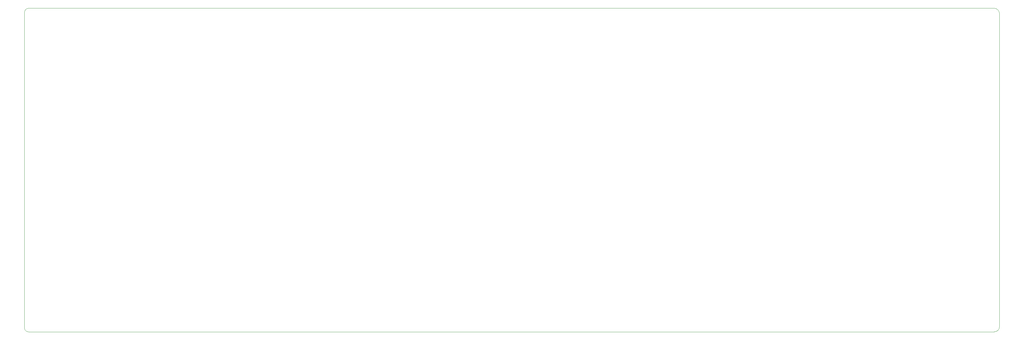
<source format=gbr>
%TF.GenerationSoftware,KiCad,Pcbnew,(5.1.12)-1*%
%TF.CreationDate,2022-06-19T17:50:05+02:00*%
%TF.ProjectId,Moledupy,4d6f6c65-6475-4707-992e-6b696361645f,rev?*%
%TF.SameCoordinates,Original*%
%TF.FileFunction,Profile,NP*%
%FSLAX46Y46*%
G04 Gerber Fmt 4.6, Leading zero omitted, Abs format (unit mm)*
G04 Created by KiCad (PCBNEW (5.1.12)-1) date 2022-06-19 17:50:05*
%MOMM*%
%LPD*%
G01*
G04 APERTURE LIST*
%TA.AperFunction,Profile*%
%ADD10C,0.050000*%
%TD*%
G04 APERTURE END LIST*
D10*
X283337000Y0D02*
G75*
G02*
X284988000Y-1651000I0J-1651000D01*
G01*
X284988000Y-93091000D02*
G75*
G02*
X283464000Y-94615000I-1524000J0D01*
G01*
X1143000Y-94615000D02*
G75*
G02*
X0Y-93472000I0J1143000D01*
G01*
X0Y-1270000D02*
G75*
G02*
X1270000Y0I1270000J0D01*
G01*
X0Y-1270000D02*
X0Y-93472000D01*
X1143000Y-94615000D02*
X283464000Y-94615000D01*
X284988000Y-1651000D02*
X284988000Y-93091000D01*
X1270000Y0D02*
X283337000Y0D01*
M02*

</source>
